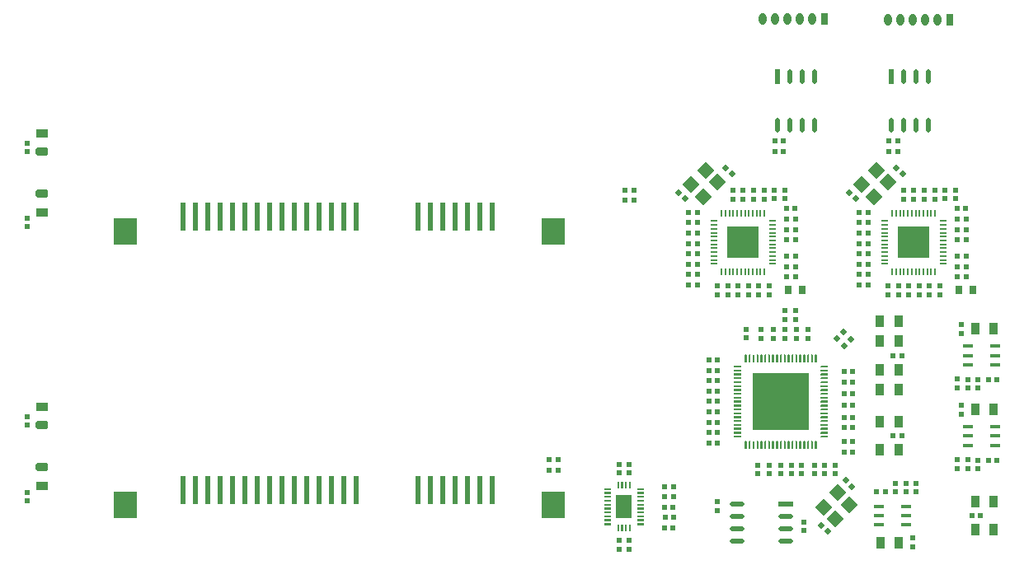
<source format=gbr>
%TF.GenerationSoftware,Altium Limited,Altium Designer,24.0.1 (36)*%
G04 Layer_Color=128*
%FSLAX45Y45*%
%MOMM*%
%TF.SameCoordinates,AAAF7447-B715-4BC7-9B32-5AEFA729C21C*%
%TF.FilePolarity,Positive*%
%TF.FileFunction,Paste,Bot*%
%TF.Part,Single*%
G01*
G75*
%TA.AperFunction,SMDPad,CuDef*%
%ADD19R,0.50000X0.50000*%
%ADD20R,0.88900X1.27000*%
%ADD22R,0.50000X0.50000*%
%ADD23R,1.00000X0.45000*%
%ADD35R,0.50000X1.50000*%
%ADD36O,0.50000X1.50000*%
G04:AMPARAMS|DCode=48|XSize=1.27mm|YSize=0.889mm|CornerRadius=0mm|HoleSize=0mm|Usage=FLASHONLY|Rotation=0.000|XOffset=0mm|YOffset=0mm|HoleType=Round|Shape=Octagon|*
%AMOCTAGOND48*
4,1,8,0.63500,-0.22225,0.63500,0.22225,0.41275,0.44450,-0.41275,0.44450,-0.63500,0.22225,-0.63500,-0.22225,-0.41275,-0.44450,0.41275,-0.44450,0.63500,-0.22225,0.0*
%
%ADD48OCTAGOND48*%

%ADD49R,1.27000X0.88900*%
%ADD50O,0.80000X1.20000*%
%ADD51R,0.80000X1.20000*%
%ADD52O,1.50000X0.50000*%
%ADD53R,1.50000X0.50000*%
%ADD54P,0.70711X4X270.0*%
%ADD55R,3.30000X3.30000*%
%ADD56O,0.70000X0.20000*%
%ADD57O,0.20000X0.70000*%
G04:AMPARAMS|DCode=61|XSize=1.3mm|YSize=1.2mm|CornerRadius=0mm|HoleSize=0mm|Usage=FLASHONLY|Rotation=45.000|XOffset=0mm|YOffset=0mm|HoleType=Round|Shape=Rectangle|*
%AMROTATEDRECTD61*
4,1,4,-0.03535,-0.88388,-0.88388,-0.03535,0.03535,0.88388,0.88388,0.03535,-0.03535,-0.88388,0.0*
%
%ADD61ROTATEDRECTD61*%

%ADD62P,0.70711X4X180.0*%
%ADD63R,0.75000X0.85000*%
%ADD67R,2.40000X2.80000*%
%ADD68R,0.60000X2.90000*%
G36*
X8404702Y5201010D02*
X8404703Y5196868D01*
Y5136868D01*
Y5132726D01*
X8398845Y5126868D01*
X8390561D01*
X8384703Y5132726D01*
Y5136868D01*
Y5196868D01*
Y5201010D01*
X8390561Y5206868D01*
X8398845D01*
X8404702Y5201010D01*
D02*
G37*
G36*
X8364571Y5201010D02*
Y5196868D01*
Y5136868D01*
Y5132726D01*
X8358713Y5126868D01*
X8350429D01*
X8344571Y5132726D01*
Y5136868D01*
X8344570Y5196868D01*
X8344571Y5201010D01*
X8350429Y5206868D01*
X8358713D01*
X8364571Y5201010D01*
D02*
G37*
G36*
X8284561Y5201010D02*
X8284560Y5196868D01*
X8284561Y5136868D01*
Y5132726D01*
X8278703Y5126868D01*
X8270419D01*
X8264561Y5132726D01*
Y5136868D01*
Y5196868D01*
Y5201010D01*
X8270419Y5206868D01*
X8278703D01*
X8284561Y5201010D01*
D02*
G37*
G36*
X8204551D02*
Y5196868D01*
Y5136868D01*
Y5132726D01*
X8198693Y5126868D01*
X8190409D01*
X8184551Y5132726D01*
Y5136868D01*
Y5196868D01*
Y5201010D01*
X8190409Y5206868D01*
X8198693D01*
X8204551Y5201010D01*
D02*
G37*
G36*
X8164673Y5201010D02*
Y5196868D01*
Y5136868D01*
Y5132726D01*
X8158815Y5126868D01*
X8150531D01*
X8144673Y5132726D01*
Y5136868D01*
X8144672Y5196868D01*
X8144673Y5201010D01*
X8150531Y5206868D01*
X8158815D01*
X8164673Y5201010D01*
D02*
G37*
G36*
X8124541Y5201010D02*
X8124541Y5196868D01*
Y5136868D01*
X8124541Y5132726D01*
X8118683Y5126868D01*
X8110399D01*
X8104541Y5132726D01*
Y5136868D01*
X8104541Y5196868D01*
X8104541Y5201010D01*
X8110399Y5206868D01*
X8118683D01*
X8124541Y5201010D01*
D02*
G37*
G36*
X8004653D02*
Y5196868D01*
Y5136868D01*
Y5132726D01*
X7998795Y5126868D01*
X7990511D01*
X7984653Y5132726D01*
X7984653Y5136868D01*
Y5196868D01*
X7984653Y5201010D01*
X7990511Y5206868D01*
X7998795D01*
X8004653Y5201010D01*
D02*
G37*
G36*
X7964775Y5201010D02*
Y5196868D01*
Y5136868D01*
Y5132726D01*
X7958917Y5126868D01*
X7950633D01*
X7944775Y5132726D01*
Y5136868D01*
X7944774Y5196868D01*
X7944775Y5201010D01*
X7950633Y5206868D01*
X7958917D01*
X7964775Y5201010D01*
D02*
G37*
G36*
X7924643Y5201010D02*
X7924643Y5196868D01*
Y5136868D01*
X7924643Y5132726D01*
X7918785Y5126868D01*
X7910501D01*
X7904643Y5132726D01*
Y5136868D01*
Y5196868D01*
Y5201010D01*
X7910501Y5206868D01*
X7918785D01*
X7924643Y5201010D01*
D02*
G37*
G36*
X7844633D02*
X7844632Y5196868D01*
X7844633Y5136868D01*
Y5132726D01*
X7838775Y5126868D01*
X7830490D01*
X7824632Y5132726D01*
X7824633Y5136868D01*
Y5196868D01*
X7824632Y5201010D01*
X7830491Y5206868D01*
X7838775D01*
X7844633Y5201010D01*
D02*
G37*
G36*
X7804755D02*
Y5196868D01*
Y5136868D01*
Y5132726D01*
X7798897Y5126868D01*
X7790613D01*
X7784755Y5132726D01*
X7784755Y5136868D01*
Y5196868D01*
X7784755Y5201010D01*
X7790613Y5206868D01*
X7798897D01*
X7804755Y5201010D01*
D02*
G37*
G36*
X7764623D02*
Y5196868D01*
Y5136868D01*
Y5132726D01*
X7758765Y5126868D01*
X7750481D01*
X7744623Y5132726D01*
Y5136868D01*
Y5196868D01*
Y5201010D01*
X7750481Y5206868D01*
X7758765D01*
X7764623Y5201010D01*
D02*
G37*
G36*
X7724745D02*
X7724745Y5196868D01*
Y5136868D01*
Y5132726D01*
X7718887Y5126868D01*
X7710603D01*
X7704745Y5132726D01*
Y5136868D01*
Y5196868D01*
Y5201010D01*
X7710603Y5206868D01*
X7718887D01*
X7724745Y5201010D01*
D02*
G37*
G36*
X8444581D02*
Y5196868D01*
Y5136868D01*
Y5132726D01*
X8438723Y5126868D01*
X8430439Y5126868D01*
X8424581Y5132726D01*
Y5136868D01*
Y5196868D01*
X8424581Y5201010D01*
X8430439Y5206868D01*
X8438723D01*
X8444581Y5201010D01*
D02*
G37*
G36*
X8324693D02*
Y5196868D01*
Y5136868D01*
Y5132726D01*
X8318835Y5126868D01*
X8310551Y5126868D01*
X8304693Y5132726D01*
Y5136868D01*
Y5196868D01*
Y5201010D01*
X8310551Y5206868D01*
X8318835D01*
X8324693Y5201010D01*
D02*
G37*
G36*
X8244683D02*
X8244683Y5196868D01*
X8244683Y5136868D01*
Y5132726D01*
X8238825Y5126868D01*
X8230541Y5126868D01*
X8224683Y5132726D01*
Y5136868D01*
Y5196868D01*
X8224683Y5201010D01*
X8230541Y5206868D01*
X8238825D01*
X8244683Y5201010D01*
D02*
G37*
G36*
X8084663D02*
X8084662Y5196868D01*
X8084663Y5136868D01*
Y5132726D01*
X8078805Y5126868D01*
X8070521Y5126868D01*
X8064663Y5132726D01*
Y5136868D01*
Y5196868D01*
Y5201010D01*
X8070521Y5206868D01*
X8078805D01*
X8084663Y5201010D01*
D02*
G37*
G36*
X8044785D02*
X8044785Y5196868D01*
X8044785Y5136868D01*
Y5132726D01*
X8038927Y5126868D01*
X8030643Y5126868D01*
X8024785Y5132726D01*
Y5136868D01*
Y5196868D01*
Y5201010D01*
X8030643Y5206868D01*
X8038927D01*
X8044785Y5201010D01*
D02*
G37*
G36*
X7884765D02*
Y5196868D01*
Y5136868D01*
Y5132726D01*
X7878907Y5126868D01*
X7870623Y5126868D01*
X7864765Y5132726D01*
Y5136868D01*
Y5196868D01*
Y5201010D01*
X7870623Y5206868D01*
X7878907D01*
X7884765Y5201010D01*
D02*
G37*
G36*
X8553813Y5091778D02*
X8559670Y5085920D01*
Y5077636D01*
X8553813Y5071778D01*
X8485528D01*
X8479670Y5077636D01*
X8479671Y5085920D01*
X8485529Y5091778D01*
X8489671D01*
X8549670Y5091778D01*
X8553813Y5091778D01*
D02*
G37*
G36*
X7669654Y5085920D02*
Y5077636D01*
X7663796Y5071778D01*
X7595513D01*
X7589655Y5077636D01*
Y5085920D01*
X7595513Y5091778D01*
X7663797D01*
X7669654Y5085920D01*
D02*
G37*
G36*
X8559670Y5046042D02*
Y5037758D01*
X8553813Y5031900D01*
X8485529D01*
X8479671Y5037758D01*
Y5046042D01*
X8485529Y5051900D01*
X8553813D01*
X8559670Y5046042D01*
D02*
G37*
G36*
X7669654D02*
Y5037758D01*
X7663797Y5031900D01*
X7595513D01*
X7589655Y5037758D01*
Y5046042D01*
X7595513Y5051900D01*
X7663797D01*
X7669654Y5046042D01*
D02*
G37*
G36*
X8553813Y5011768D02*
X8559670Y5005910D01*
Y4997626D01*
X8553813Y4991768D01*
X8549670Y4991768D01*
X8489671Y4991768D01*
X8485529D01*
X8479671Y4997626D01*
Y5005910D01*
X8485529Y5011768D01*
X8489671Y5011768D01*
X8549670D01*
X8553813Y5011768D01*
D02*
G37*
G36*
X7669654Y5005910D02*
Y4997626D01*
X7663797Y4991768D01*
X7659654D01*
X7599655Y4991768D01*
X7595513Y4991768D01*
X7589655Y4997626D01*
Y5005910D01*
X7595513Y5011768D01*
X7663796D01*
X7669654Y5005910D01*
D02*
G37*
G36*
X8559670Y4966032D02*
Y4957748D01*
X8553813Y4951890D01*
X8549670Y4951890D01*
X8489671Y4951890D01*
X8485529D01*
X8479671Y4957748D01*
Y4966032D01*
X8485529Y4971890D01*
X8553813D01*
X8559670Y4966032D01*
D02*
G37*
G36*
X7669654D02*
Y4957748D01*
X7663797Y4951890D01*
X7659654D01*
X7599655Y4951890D01*
X7595513Y4951890D01*
X7589655Y4957748D01*
Y4966032D01*
X7595513Y4971890D01*
X7663797D01*
X7669654Y4966032D01*
D02*
G37*
G36*
X8559670Y4925900D02*
Y4917616D01*
X8553813Y4911758D01*
X8485529D01*
X8479671Y4917616D01*
Y4925900D01*
X8485529Y4931758D01*
X8553813D01*
X8559670Y4925900D01*
D02*
G37*
G36*
X7669654D02*
Y4917616D01*
X7663797Y4911758D01*
X7595513D01*
X7589655Y4917616D01*
Y4925900D01*
X7595513Y4931758D01*
X7663797D01*
X7669654Y4925900D01*
D02*
G37*
G36*
Y4886022D02*
Y4877738D01*
X7663796Y4871880D01*
X7595513D01*
X7589655Y4877738D01*
Y4886022D01*
X7595513Y4891880D01*
X7663797D01*
X7669654Y4886022D01*
D02*
G37*
G36*
X8553813Y4891880D02*
X8559670Y4886022D01*
Y4877738D01*
X8553813Y4871880D01*
X8489671D01*
X8485529Y4871880D01*
X8479670Y4877738D01*
X8479671Y4886022D01*
X8485529Y4891880D01*
X8489671D01*
X8549670Y4891880D01*
X8553813Y4891880D01*
D02*
G37*
G36*
X8559670Y4845890D02*
Y4837606D01*
X8553813Y4831748D01*
X8549670Y4831748D01*
X8489671D01*
X8485529Y4831748D01*
X8479671Y4837606D01*
Y4845890D01*
X8485529Y4851748D01*
X8553813D01*
X8559670Y4845890D01*
D02*
G37*
G36*
X7669654D02*
Y4837606D01*
X7663796Y4831748D01*
X7595513D01*
X7589655Y4837606D01*
Y4845890D01*
X7595513Y4851748D01*
X7663797D01*
X7669654Y4845890D01*
D02*
G37*
G36*
X8553813Y4811870D02*
X8559670Y4806012D01*
Y4797728D01*
X8553813Y4791870D01*
X8485529D01*
X8479671Y4797728D01*
Y4806012D01*
X8485529Y4811870D01*
X8489671Y4811870D01*
X8549670D01*
X8553813Y4811870D01*
D02*
G37*
G36*
X7669654Y4806012D02*
Y4797728D01*
X7663797Y4791870D01*
X7595513D01*
X7589655Y4797728D01*
Y4806012D01*
X7595513Y4811870D01*
X7663796D01*
X7669654Y4806012D01*
D02*
G37*
G36*
X8559670Y4765880D02*
Y4757596D01*
X8553813Y4751738D01*
X8485529D01*
X8479671Y4757596D01*
Y4765880D01*
X8485529Y4771738D01*
X8489671Y4771738D01*
X8549670D01*
X8553813Y4771738D01*
X8559670Y4765880D01*
D02*
G37*
G36*
X7669654D02*
Y4757596D01*
X7663797Y4751738D01*
X7595513D01*
X7589655Y4757596D01*
Y4765880D01*
X7595513Y4771738D01*
X7663796D01*
X7669654Y4765880D01*
D02*
G37*
G36*
X8559670Y4726002D02*
Y4717718D01*
X8553813Y4711860D01*
X8485529D01*
X8479671Y4717718D01*
X8479670Y4726002D01*
X8485529Y4731860D01*
X8553813D01*
X8559670Y4726002D01*
D02*
G37*
G36*
X7669654D02*
Y4717718D01*
X7663797Y4711860D01*
X7595513D01*
X7589655Y4717718D01*
Y4726002D01*
X7595513Y4731860D01*
X7663797D01*
X7669654Y4726002D01*
D02*
G37*
G36*
Y4686124D02*
Y4677840D01*
X7663796Y4671982D01*
X7595513D01*
X7589655Y4677840D01*
Y4686124D01*
X7595513Y4691982D01*
X7663797D01*
X7669654Y4686124D01*
D02*
G37*
G36*
X8559670D02*
Y4677840D01*
X8553813Y4671982D01*
X8549670Y4671982D01*
X8489671D01*
X8485529Y4671982D01*
X8479671Y4677840D01*
Y4686124D01*
X8485529Y4691982D01*
X8553813D01*
X8559670Y4686124D01*
D02*
G37*
G36*
Y4645992D02*
Y4637708D01*
X8553813Y4631850D01*
X8549670Y4631850D01*
X8489671D01*
X8485529Y4631850D01*
X8479671Y4637708D01*
Y4645992D01*
X8485529Y4651850D01*
X8553813D01*
X8559670Y4645992D01*
D02*
G37*
G36*
X7669654D02*
Y4637708D01*
X7663796Y4631850D01*
X7595513D01*
X7589655Y4637708D01*
Y4645992D01*
X7595513Y4651850D01*
X7663797D01*
X7669654Y4645992D01*
D02*
G37*
G36*
X8553813Y4611972D02*
X8559670Y4606114D01*
Y4597830D01*
X8553813Y4591972D01*
X8485529D01*
X8479671Y4597830D01*
Y4606114D01*
X8485529Y4611972D01*
X8489671Y4611972D01*
X8549670D01*
X8553813Y4611972D01*
D02*
G37*
G36*
X7669654Y4606114D02*
Y4597830D01*
X7663797Y4591972D01*
X7595513D01*
X7589655Y4597830D01*
Y4606114D01*
X7595513Y4611972D01*
X7663796D01*
X7669654Y4606114D01*
D02*
G37*
G36*
Y4565982D02*
Y4557698D01*
X7663797Y4551840D01*
X7595513D01*
X7589655Y4557698D01*
Y4565982D01*
X7595513Y4571840D01*
X7663796D01*
X7669654Y4565982D01*
D02*
G37*
G36*
X8489671Y4571840D02*
X8553813D01*
X8559670Y4565982D01*
Y4557698D01*
X8553813Y4551840D01*
X8549670Y4551840D01*
X8489671Y4551840D01*
X8485529D01*
X8479671Y4557698D01*
Y4565982D01*
X8485529Y4571840D01*
X8489671Y4571840D01*
D02*
G37*
G36*
X8559670Y4526104D02*
Y4517820D01*
X8553813Y4511962D01*
X8485529D01*
X8479671Y4517820D01*
Y4526104D01*
X8485529Y4531962D01*
X8553813D01*
X8559670Y4526104D01*
D02*
G37*
G36*
X7669654D02*
Y4517820D01*
X7663797Y4511962D01*
X7595513D01*
X7589655Y4517820D01*
Y4526104D01*
X7595513Y4531962D01*
X7663797D01*
X7669654Y4526104D01*
D02*
G37*
G36*
X8559670Y4485972D02*
Y4477688D01*
X8553813Y4471830D01*
X8485529D01*
X8479671Y4477688D01*
Y4485972D01*
X8485529Y4491830D01*
X8489671D01*
X8549670Y4491830D01*
X8553813Y4491830D01*
X8559670Y4485972D01*
D02*
G37*
G36*
X7669654D02*
Y4477688D01*
X7663797Y4471830D01*
X7595513D01*
X7589655Y4477688D01*
Y4485972D01*
X7595513Y4491830D01*
X7599655Y4491830D01*
X7659654Y4491830D01*
X7663797D01*
X7669654Y4485972D01*
D02*
G37*
G36*
X8553813Y4451952D02*
X8559670Y4446094D01*
Y4437810D01*
X8553813Y4431952D01*
X8549670Y4431952D01*
X8489671D01*
X8485529Y4431952D01*
X8479671Y4437810D01*
Y4446094D01*
X8485529Y4451952D01*
X8489671D01*
X8549670Y4451952D01*
X8553813Y4451952D01*
D02*
G37*
G36*
X7659654D02*
X7663797D01*
X7669654Y4446094D01*
Y4437810D01*
X7663796Y4431952D01*
X7595513D01*
X7589655Y4437810D01*
Y4446094D01*
X7595513Y4451952D01*
X7599655Y4451952D01*
X7659654Y4451952D01*
D02*
G37*
G36*
X8364662Y4431861D02*
X7784663D01*
Y5011859D01*
X8364662D01*
Y4431861D01*
D02*
G37*
G36*
X8559670Y4405962D02*
Y4397678D01*
X8553813Y4391820D01*
X8485529D01*
X8479671Y4397678D01*
Y4405962D01*
X8485529Y4411820D01*
X8553813D01*
X8559670Y4405962D01*
D02*
G37*
G36*
X7669654D02*
Y4397678D01*
X7663797Y4391820D01*
X7595513D01*
X7589655Y4397678D01*
Y4405962D01*
X7595513Y4411820D01*
X7663797D01*
X7669654Y4405962D01*
D02*
G37*
G36*
Y4366084D02*
Y4357800D01*
X7663797Y4351942D01*
X7595513D01*
X7589655Y4357800D01*
Y4366084D01*
X7595513Y4371942D01*
X7663796D01*
X7669654Y4366084D01*
D02*
G37*
G36*
X8559670D02*
Y4357800D01*
X8553813Y4351942D01*
X8549670Y4351942D01*
X8489671Y4351942D01*
X8485529D01*
X8479671Y4357800D01*
Y4366084D01*
X8485528Y4371942D01*
X8553813D01*
X8559670Y4366084D01*
D02*
G37*
G36*
X8438723Y4316852D02*
X8444581Y4310994D01*
Y4306852D01*
Y4246852D01*
Y4242710D01*
X8438723Y4236852D01*
X8430439D01*
X8424581Y4242710D01*
Y4246852D01*
Y4306852D01*
Y4310994D01*
X8430439Y4316852D01*
X8438723Y4316852D01*
D02*
G37*
G36*
X8404703Y4310994D02*
Y4306852D01*
Y4246852D01*
Y4242710D01*
X8398845Y4236852D01*
X8390561D01*
X8384703Y4242710D01*
Y4246852D01*
Y4306852D01*
Y4310994D01*
X8390561Y4316852D01*
X8398845D01*
X8404703Y4310994D01*
D02*
G37*
G36*
X8364571D02*
Y4306852D01*
Y4246852D01*
Y4242710D01*
X8358713Y4236852D01*
X8350429D01*
X8344571Y4242710D01*
X8344570Y4246852D01*
X8344571Y4306852D01*
Y4310994D01*
X8350429Y4316852D01*
X8358713D01*
X8364571Y4310994D01*
D02*
G37*
G36*
X8324693D02*
Y4306852D01*
Y4246852D01*
Y4242710D01*
X8318835Y4236852D01*
X8310551D01*
X8304693Y4242710D01*
Y4246852D01*
Y4306852D01*
Y4310994D01*
X8310551Y4316852D01*
X8318835Y4316852D01*
X8324693Y4310994D01*
D02*
G37*
G36*
X8284561D02*
Y4306852D01*
X8284560Y4246852D01*
X8284561Y4242710D01*
X8278703Y4236852D01*
X8270419D01*
X8264561Y4242710D01*
Y4246852D01*
Y4306852D01*
Y4310994D01*
X8270419Y4316852D01*
X8278703D01*
X8284561Y4310994D01*
D02*
G37*
G36*
X8238825Y4316852D02*
X8244683Y4310994D01*
Y4306852D01*
X8244683Y4246852D01*
X8244683Y4242710D01*
X8238825Y4236852D01*
X8230541D01*
X8224683Y4242710D01*
Y4246852D01*
Y4306852D01*
Y4310994D01*
X8230541Y4316852D01*
X8238825Y4316852D01*
D02*
G37*
G36*
X8204551Y4310994D02*
Y4306852D01*
Y4246852D01*
Y4242710D01*
X8198693Y4236852D01*
X8190409D01*
X8184551Y4242710D01*
Y4246852D01*
Y4306852D01*
Y4310994D01*
X8190409Y4316852D01*
X8198693D01*
X8204551Y4310994D01*
D02*
G37*
G36*
X8164673D02*
Y4306852D01*
Y4246852D01*
Y4242710D01*
X8158815Y4236852D01*
X8150531D01*
X8144673Y4242710D01*
X8144672Y4246852D01*
X8144673Y4306852D01*
Y4310994D01*
X8150531Y4316852D01*
X8158815D01*
X8164673Y4310994D01*
D02*
G37*
G36*
X8124541D02*
Y4306852D01*
Y4246852D01*
Y4242710D01*
X8118683Y4236852D01*
X8110399D01*
X8104541Y4242710D01*
X8104541Y4246852D01*
X8104541Y4306852D01*
Y4310994D01*
X8110399Y4316852D01*
X8118683D01*
X8124541Y4310994D01*
D02*
G37*
G36*
X8084663D02*
Y4306852D01*
X8084662Y4246852D01*
X8084663Y4242710D01*
X8078805Y4236852D01*
X8070521D01*
X8064663Y4242710D01*
Y4246852D01*
Y4306852D01*
Y4310994D01*
X8070521Y4316852D01*
X8078805Y4316852D01*
X8084663Y4310994D01*
D02*
G37*
G36*
X8038927Y4316852D02*
X8044785Y4310994D01*
Y4306852D01*
X8044785Y4246852D01*
X8044785Y4242710D01*
X8038927Y4236852D01*
X8030643D01*
X8024785Y4242710D01*
Y4246852D01*
Y4306852D01*
Y4310994D01*
X8030643Y4316852D01*
X8038927Y4316852D01*
D02*
G37*
G36*
X8004653Y4310994D02*
Y4306852D01*
Y4246852D01*
Y4242710D01*
X7998795Y4236852D01*
X7990511D01*
X7984653Y4242710D01*
Y4246852D01*
Y4306852D01*
Y4310994D01*
X7990511Y4316852D01*
X7998795D01*
X8004653Y4310994D01*
D02*
G37*
G36*
X7964775D02*
Y4306852D01*
Y4246852D01*
Y4242710D01*
X7958917Y4236852D01*
X7950633D01*
X7944775Y4242710D01*
X7944774Y4246852D01*
X7944775Y4306852D01*
Y4310994D01*
X7950633Y4316852D01*
X7958917D01*
X7964775Y4310994D01*
D02*
G37*
G36*
X7924643D02*
Y4306852D01*
Y4246852D01*
Y4242710D01*
X7918785Y4236852D01*
X7910501D01*
X7904643Y4242710D01*
Y4246852D01*
Y4306852D01*
Y4310994D01*
X7910501Y4316852D01*
X7918785D01*
X7924643Y4310994D01*
D02*
G37*
G36*
X7884765D02*
Y4306852D01*
Y4246852D01*
Y4242710D01*
X7878907Y4236852D01*
X7870623D01*
X7864765Y4242710D01*
Y4246852D01*
Y4306852D01*
Y4310994D01*
X7870623Y4316852D01*
X7878907Y4316852D01*
X7884765Y4310994D01*
D02*
G37*
G36*
X7844633D02*
Y4306852D01*
X7844632Y4246852D01*
X7844633Y4242710D01*
X7838775Y4236852D01*
X7830491D01*
X7824633Y4242710D01*
Y4246852D01*
Y4306852D01*
Y4310994D01*
X7830490Y4316852D01*
X7838775D01*
X7844633Y4310994D01*
D02*
G37*
G36*
X7804755D02*
Y4306852D01*
Y4246852D01*
Y4242710D01*
X7798897Y4236852D01*
X7790613D01*
X7784755Y4242710D01*
Y4246852D01*
Y4306852D01*
Y4310994D01*
X7790613Y4316852D01*
X7798897D01*
X7804755Y4310994D01*
D02*
G37*
G36*
X7764623D02*
Y4306852D01*
Y4246852D01*
Y4242710D01*
X7758765Y4236852D01*
X7750481D01*
X7744623Y4242710D01*
Y4246852D01*
Y4306852D01*
Y4310994D01*
X7750481Y4316852D01*
X7758765D01*
X7764623Y4310994D01*
D02*
G37*
G36*
X7724745D02*
Y4306852D01*
Y4246852D01*
Y4242710D01*
X7718887Y4236852D01*
X7710603D01*
X7704745Y4242710D01*
Y4246852D01*
Y4306852D01*
Y4310994D01*
X7710603Y4316852D01*
X7718887D01*
X7724745Y4310994D01*
D02*
G37*
G36*
X6534310Y3827373D02*
X6514310D01*
Y3897375D01*
X6534310D01*
Y3827373D01*
D02*
G37*
G36*
X6494305D02*
X6474305D01*
Y3897375D01*
X6494305D01*
Y3827373D01*
D02*
G37*
G36*
X6454300D02*
X6434300D01*
Y3897375D01*
X6454300D01*
Y3827373D01*
D02*
G37*
G36*
X6414295D02*
X6394295D01*
Y3897375D01*
X6414295D01*
Y3827373D01*
D02*
G37*
G36*
X6329307Y3812374D02*
X6259304D01*
Y3832374D01*
X6329307D01*
Y3812374D01*
D02*
G37*
G36*
X6669298Y3812354D02*
X6599298D01*
Y3832354D01*
X6669298D01*
Y3812354D01*
D02*
G37*
G36*
X6329299Y3772354D02*
X6259299D01*
Y3792354D01*
X6329299D01*
Y3772354D01*
D02*
G37*
G36*
X6669298Y3772349D02*
X6599298D01*
Y3792349D01*
X6669298D01*
Y3772349D01*
D02*
G37*
G36*
Y3732369D02*
X6599298D01*
Y3752369D01*
X6669298D01*
Y3732369D01*
D02*
G37*
G36*
X6329296Y3732349D02*
X6259297D01*
Y3752349D01*
X6329296D01*
Y3732349D01*
D02*
G37*
G36*
Y3692369D02*
X6259297D01*
Y3712369D01*
X6329296D01*
Y3692369D01*
D02*
G37*
G36*
X6669298Y3692364D02*
X6599298D01*
Y3712364D01*
X6669298D01*
Y3692364D01*
D02*
G37*
G36*
X6329296Y3652364D02*
X6259297D01*
Y3672364D01*
X6329296D01*
Y3652364D01*
D02*
G37*
G36*
X6669298Y3652359D02*
X6599298D01*
Y3672359D01*
X6669298D01*
Y3652359D01*
D02*
G37*
G36*
X6329296Y3612359D02*
X6259297D01*
Y3632359D01*
X6329296D01*
Y3612359D01*
D02*
G37*
G36*
X6669298Y3612354D02*
X6599298D01*
Y3632354D01*
X6669298D01*
Y3612354D01*
D02*
G37*
G36*
X6329296Y3572354D02*
X6259297D01*
Y3592354D01*
X6329296D01*
Y3572354D01*
D02*
G37*
G36*
X6669298Y3572349D02*
X6599298D01*
Y3592349D01*
X6669298D01*
Y3572349D01*
D02*
G37*
G36*
Y3532370D02*
X6599298D01*
Y3552370D01*
X6669298D01*
Y3532370D01*
D02*
G37*
G36*
X6329296Y3532349D02*
X6259297D01*
Y3552349D01*
X6329296D01*
Y3532349D01*
D02*
G37*
G36*
X6544300Y3522359D02*
X6384300D01*
Y3762359D01*
X6544300D01*
Y3522359D01*
D02*
G37*
G36*
X6329296Y3492370D02*
X6259297D01*
Y3512370D01*
X6329296D01*
Y3492370D01*
D02*
G37*
G36*
X6669298Y3492365D02*
X6599298D01*
Y3512365D01*
X6669298D01*
Y3492365D01*
D02*
G37*
G36*
X6329296Y3452365D02*
X6259297D01*
Y3472365D01*
X6329296D01*
Y3452365D01*
D02*
G37*
G36*
X6669296Y3452344D02*
X6599293D01*
Y3472344D01*
X6669296D01*
Y3452344D01*
D02*
G37*
G36*
X6534305Y3387343D02*
X6514305D01*
Y3457346D01*
X6534305D01*
Y3387343D01*
D02*
G37*
G36*
X6494300D02*
X6474300D01*
Y3457346D01*
X6494300D01*
Y3387343D01*
D02*
G37*
G36*
X6454295D02*
X6434295D01*
Y3457346D01*
X6454295D01*
Y3387343D01*
D02*
G37*
G36*
X6414290D02*
X6394290D01*
Y3457346D01*
X6414290D01*
Y3387343D01*
D02*
G37*
D19*
X6477718Y6789420D02*
D03*
X6567718D02*
D03*
X7125418Y6240780D02*
D03*
X7215418D02*
D03*
X8878018Y6134100D02*
D03*
Y6240780D02*
D03*
X8968018Y6347460D02*
D03*
X8878018D02*
D03*
X8968018Y6240780D02*
D03*
Y6134100D02*
D03*
Y5920740D02*
D03*
X8878018D02*
D03*
X8968018Y6027420D02*
D03*
X8878018D02*
D03*
X8878025Y6560820D02*
D03*
X8968025D02*
D03*
X8878025Y6454140D02*
D03*
X8968025D02*
D03*
X7215418Y6667500D02*
D03*
X7125418D02*
D03*
X7215418Y5920740D02*
D03*
X7125418D02*
D03*
X8133087Y6215380D02*
D03*
X8223087D02*
D03*
X7125418Y6347460D02*
D03*
X7215418D02*
D03*
X8223087Y6385560D02*
D03*
X8133087D02*
D03*
X8223087Y6108700D02*
D03*
X8133087D02*
D03*
X8223087Y6598920D02*
D03*
X8133087D02*
D03*
X8220262Y6705600D02*
D03*
X8135262D02*
D03*
X8223080Y6002020D02*
D03*
X8133080D02*
D03*
X7125418Y6027420D02*
D03*
X7215418D02*
D03*
X7424420Y4297680D02*
D03*
X7334420D02*
D03*
X6881578Y3850640D02*
D03*
X6971578D02*
D03*
X6881898Y3743960D02*
D03*
X6971898D02*
D03*
X6969080Y3423920D02*
D03*
X6884080D02*
D03*
X6969723Y3530600D02*
D03*
X6884723D02*
D03*
X6969080Y3637280D02*
D03*
X6884080D02*
D03*
X7334420Y4617720D02*
D03*
X7424420D02*
D03*
X10126065Y3548380D02*
D03*
X10036065D02*
D03*
X9148358Y3797300D02*
D03*
X9058358D02*
D03*
X9228735Y5196840D02*
D03*
X9318735D02*
D03*
X8013700Y7289800D02*
D03*
X8098700D02*
D03*
X9187180Y7399020D02*
D03*
X9272180D02*
D03*
X8098700D02*
D03*
X8013700D02*
D03*
X9187180Y7292340D02*
D03*
X9272180D02*
D03*
X9228735Y4368800D02*
D03*
X9318735D02*
D03*
X10206442Y4119880D02*
D03*
X10296442D02*
D03*
X10206442Y4947920D02*
D03*
X10296442D02*
D03*
X7215425Y6454140D02*
D03*
X7125425D02*
D03*
X7215425Y6560820D02*
D03*
X7125425D02*
D03*
X9975687Y6385560D02*
D03*
X9885687D02*
D03*
X8968018Y6667500D02*
D03*
X8878018D02*
D03*
X9972862Y6705600D02*
D03*
X9887862D02*
D03*
X9975687Y6598920D02*
D03*
X9885687D02*
D03*
X9975680Y6002020D02*
D03*
X9885680D02*
D03*
X9885687Y6215380D02*
D03*
X9975687D02*
D03*
X9885687Y6108700D02*
D03*
X9975687D02*
D03*
X7421880Y5151120D02*
D03*
X7336880D02*
D03*
X8814900Y4681982D02*
D03*
X8724900D02*
D03*
X8812718Y5029200D02*
D03*
X8727718D02*
D03*
X8814900Y4921758D02*
D03*
X8724900D02*
D03*
X7421880Y4724400D02*
D03*
X7336880D02*
D03*
X7424420Y4937760D02*
D03*
X7334420D02*
D03*
X8814900Y4455160D02*
D03*
X8724900D02*
D03*
X8814900Y4561840D02*
D03*
X8724900D02*
D03*
X7334420Y4831080D02*
D03*
X7424420D02*
D03*
X8724900Y4801870D02*
D03*
X8814900D02*
D03*
X7421880Y4511040D02*
D03*
X7336880D02*
D03*
Y4404360D02*
D03*
X7421880D02*
D03*
X8813120Y4312920D02*
D03*
X8728120D02*
D03*
X8813120Y4206240D02*
D03*
X8728120D02*
D03*
X7336880Y5044440D02*
D03*
X7421880D02*
D03*
X6567718Y6896100D02*
D03*
X6477718D02*
D03*
X9885687Y6492240D02*
D03*
X9975687D02*
D03*
X8133087D02*
D03*
X8223087D02*
D03*
X7215418Y6134100D02*
D03*
X7125418D02*
D03*
X5695402Y4018280D02*
D03*
X5785402D02*
D03*
X5695400Y4122420D02*
D03*
X5785400D02*
D03*
D20*
X9092188Y5544812D02*
D03*
X9282188D02*
D03*
X9093463Y4848823D02*
D03*
X9283463D02*
D03*
X10261100Y3403600D02*
D03*
X10071100D02*
D03*
X10261100Y3693160D02*
D03*
X10071100D02*
D03*
X9284712Y3271528D02*
D03*
X9094712D02*
D03*
X9093700Y5341620D02*
D03*
X9283700D02*
D03*
X9093700Y4224020D02*
D03*
X9283700D02*
D03*
X9093700Y4513580D02*
D03*
X9283700D02*
D03*
X10070088Y4645652D02*
D03*
X10260088D02*
D03*
X9093700Y5052060D02*
D03*
X9283700D02*
D03*
X10070088Y5473692D02*
D03*
X10260088D02*
D03*
D22*
X7421880Y3689940D02*
D03*
Y3604940D02*
D03*
X8308340Y3484200D02*
D03*
Y3399200D02*
D03*
X9174480Y5910580D02*
D03*
Y5820580D02*
D03*
X7795260Y6894660D02*
D03*
Y6804660D02*
D03*
X7741920Y5910580D02*
D03*
Y5820580D02*
D03*
X9547860Y6894660D02*
D03*
Y6804660D02*
D03*
X9441180D02*
D03*
Y6894660D02*
D03*
X9334500Y6804660D02*
D03*
Y6894660D02*
D03*
X9654540D02*
D03*
Y6804660D02*
D03*
X9761220Y6806835D02*
D03*
Y6891835D02*
D03*
X9867900Y6806835D02*
D03*
Y6891835D02*
D03*
X7688580Y6804660D02*
D03*
Y6894660D02*
D03*
X8008620Y6891835D02*
D03*
Y6806835D02*
D03*
X7901940Y6804660D02*
D03*
Y6894660D02*
D03*
X7581900Y6804660D02*
D03*
Y6894660D02*
D03*
X7848600Y5910587D02*
D03*
Y5820587D02*
D03*
X7953719Y5908405D02*
D03*
Y5823405D02*
D03*
X8115300Y6891835D02*
D03*
Y6806835D02*
D03*
X7528560Y5820580D02*
D03*
Y5910580D02*
D03*
X7635240Y5820580D02*
D03*
Y5910580D02*
D03*
X7421880Y5820580D02*
D03*
Y5910580D02*
D03*
X8114538Y5374640D02*
D03*
Y5464640D02*
D03*
X7994650D02*
D03*
Y5374640D02*
D03*
X7874762D02*
D03*
Y5464640D02*
D03*
X8354568Y5374636D02*
D03*
Y5464637D02*
D03*
X6413500Y3993556D02*
D03*
Y4078556D02*
D03*
X6410960Y3205555D02*
D03*
Y3295555D02*
D03*
X6517640Y3205555D02*
D03*
Y3295555D02*
D03*
X9253220Y3795763D02*
D03*
Y3880763D02*
D03*
X9359900Y3880440D02*
D03*
Y3795440D02*
D03*
X9466580Y3882938D02*
D03*
Y3792938D02*
D03*
X9425940Y3321598D02*
D03*
Y3231598D02*
D03*
X10101580Y4121417D02*
D03*
Y4036417D02*
D03*
X9888220Y4862282D02*
D03*
Y4952282D02*
D03*
X9994900Y4949780D02*
D03*
Y4864780D02*
D03*
X10101580Y4864457D02*
D03*
Y4949457D02*
D03*
X9928860Y5423622D02*
D03*
Y5513622D02*
D03*
Y4595582D02*
D03*
Y4685582D02*
D03*
X9888220Y4034242D02*
D03*
Y4124242D02*
D03*
X9994900Y4036740D02*
D03*
Y4121740D02*
D03*
X8227060Y5656580D02*
D03*
Y5566580D02*
D03*
X8120380Y5656580D02*
D03*
Y5566580D02*
D03*
X6520180Y3993556D02*
D03*
Y4078556D02*
D03*
X9387840Y5820580D02*
D03*
Y5910580D02*
D03*
X9281160D02*
D03*
Y5820580D02*
D03*
X9494520Y5910580D02*
D03*
Y5820580D02*
D03*
X9601200Y5910587D02*
D03*
Y5820587D02*
D03*
X9706319Y5908405D02*
D03*
Y5823405D02*
D03*
X7834630Y3979080D02*
D03*
Y4069080D02*
D03*
X7954772Y3979080D02*
D03*
Y4069080D02*
D03*
X7714742Y5377458D02*
D03*
Y5462458D02*
D03*
X8234680Y5464640D02*
D03*
Y5374640D02*
D03*
X8181340Y3981262D02*
D03*
Y4066262D02*
D03*
X8288020Y3979080D02*
D03*
Y4069080D02*
D03*
X8074660Y3979080D02*
D03*
Y4069080D02*
D03*
X8420100Y3981262D02*
D03*
Y4066262D02*
D03*
X8633460Y3981262D02*
D03*
Y4066262D02*
D03*
X8526780Y3981262D02*
D03*
Y4066262D02*
D03*
X331760Y6603270D02*
D03*
Y6518270D02*
D03*
Y7380510D02*
D03*
Y7295510D02*
D03*
Y3788950D02*
D03*
Y3703950D02*
D03*
Y4481190D02*
D03*
Y4566190D02*
D03*
D23*
X10276840Y4273800D02*
D03*
Y4368800D02*
D03*
Y4463800D02*
D03*
X9997440D02*
D03*
Y4368800D02*
D03*
Y4273800D02*
D03*
X9357360Y3643380D02*
D03*
Y3548380D02*
D03*
Y3453380D02*
D03*
X9077960D02*
D03*
Y3548380D02*
D03*
Y3643380D02*
D03*
X9997440Y5101840D02*
D03*
Y5196840D02*
D03*
Y5291840D02*
D03*
X10276840D02*
D03*
Y5196840D02*
D03*
Y5101840D02*
D03*
D35*
X8036560Y8065580D02*
D03*
X9210040D02*
D03*
D36*
X8417560Y7565580D02*
D03*
X8290560D02*
D03*
X8163560D02*
D03*
X8036560D02*
D03*
X8417560Y8065580D02*
D03*
X8290560D02*
D03*
X8163560D02*
D03*
X9591040Y7565580D02*
D03*
X9464040D02*
D03*
X9337040D02*
D03*
X9210040D02*
D03*
X9591040Y8065580D02*
D03*
X9464040D02*
D03*
X9337040D02*
D03*
D48*
X484158Y6860072D02*
D03*
Y4045802D02*
D03*
X484174Y4478357D02*
D03*
Y7292627D02*
D03*
D49*
X484158Y6670072D02*
D03*
Y3855802D02*
D03*
X484174Y4668357D02*
D03*
Y7482627D02*
D03*
D50*
X7889240Y8653780D02*
D03*
X8143240D02*
D03*
X8270240D02*
D03*
X8397240D02*
D03*
X8016240D02*
D03*
X9171940Y8651240D02*
D03*
X9425940D02*
D03*
X9552940D02*
D03*
X9679940D02*
D03*
X9298940D02*
D03*
D51*
X8524240Y8653780D02*
D03*
X9806940Y8651240D02*
D03*
D52*
X8124000Y3416300D02*
D03*
Y3543300D02*
D03*
Y3289300D02*
D03*
X7624000Y3670300D02*
D03*
Y3543300D02*
D03*
Y3416300D02*
D03*
Y3289300D02*
D03*
D53*
X8124000Y3670300D02*
D03*
D54*
X8653780Y5372100D02*
D03*
X8717420Y5435740D02*
D03*
X8793620Y5359540D02*
D03*
X8729980Y5295900D02*
D03*
D55*
X9438640Y6357620D02*
D03*
X7686040D02*
D03*
D56*
X9738640Y6137620D02*
D03*
Y6177620D02*
D03*
Y6217620D02*
D03*
Y6257620D02*
D03*
Y6297620D02*
D03*
Y6337620D02*
D03*
Y6377620D02*
D03*
Y6417620D02*
D03*
Y6457620D02*
D03*
Y6497620D02*
D03*
Y6537620D02*
D03*
Y6577620D02*
D03*
X9138640D02*
D03*
Y6537620D02*
D03*
Y6497620D02*
D03*
Y6457620D02*
D03*
Y6417620D02*
D03*
Y6377620D02*
D03*
Y6337620D02*
D03*
Y6297620D02*
D03*
Y6257620D02*
D03*
Y6217620D02*
D03*
Y6177620D02*
D03*
Y6137620D02*
D03*
X7386040D02*
D03*
Y6177620D02*
D03*
Y6217620D02*
D03*
Y6257620D02*
D03*
Y6297620D02*
D03*
Y6337620D02*
D03*
Y6377620D02*
D03*
Y6417620D02*
D03*
Y6457620D02*
D03*
Y6497620D02*
D03*
Y6537620D02*
D03*
Y6577620D02*
D03*
X7986040D02*
D03*
Y6537620D02*
D03*
Y6497620D02*
D03*
Y6457620D02*
D03*
Y6417620D02*
D03*
Y6377620D02*
D03*
Y6337620D02*
D03*
Y6297620D02*
D03*
Y6257620D02*
D03*
Y6217620D02*
D03*
Y6177620D02*
D03*
Y6137620D02*
D03*
D57*
X9658640Y6657620D02*
D03*
X9618640D02*
D03*
X9578640D02*
D03*
X9538640D02*
D03*
X9498640D02*
D03*
X9458640D02*
D03*
X9418640D02*
D03*
X9378640D02*
D03*
X9338640D02*
D03*
X9298640D02*
D03*
X9258640D02*
D03*
X9218640D02*
D03*
Y6057620D02*
D03*
X9258640D02*
D03*
X9298640D02*
D03*
X9338640D02*
D03*
X9378640D02*
D03*
X9418640D02*
D03*
X9458640D02*
D03*
X9498640D02*
D03*
X9538640D02*
D03*
X9578640D02*
D03*
X9618640D02*
D03*
X9658640D02*
D03*
X7906040D02*
D03*
X7866040D02*
D03*
X7826040D02*
D03*
X7786040D02*
D03*
X7746040D02*
D03*
X7706040D02*
D03*
X7666040D02*
D03*
X7626040D02*
D03*
X7586040D02*
D03*
X7546040D02*
D03*
X7506040D02*
D03*
X7466040D02*
D03*
Y6657620D02*
D03*
X7506040D02*
D03*
X7546040D02*
D03*
X7586040D02*
D03*
X7626040D02*
D03*
X7666040D02*
D03*
X7706040D02*
D03*
X7746040D02*
D03*
X7786040D02*
D03*
X7826040D02*
D03*
X7866040D02*
D03*
X7906040D02*
D03*
D61*
X8908050Y6950538D02*
D03*
X9056542Y7099030D02*
D03*
X9028258Y6830330D02*
D03*
X9176750Y6978822D02*
D03*
X7424150D02*
D03*
X7275658Y6830330D02*
D03*
X7303942Y7099030D02*
D03*
X7155450Y6950538D02*
D03*
X8780510Y3664122D02*
D03*
X8660302Y3784330D02*
D03*
X8632018Y3515630D02*
D03*
X8511810Y3635838D02*
D03*
D62*
X9325681Y7059859D02*
D03*
X9262041Y7123499D02*
D03*
X8778240Y6873240D02*
D03*
X8841880Y6809600D02*
D03*
X7509441Y7123499D02*
D03*
X7573081Y7059859D02*
D03*
X7025640Y6873240D02*
D03*
X7089280Y6809600D02*
D03*
X8489879Y3450661D02*
D03*
X8553519Y3387021D02*
D03*
X8803780Y3850500D02*
D03*
X8740140Y3914140D02*
D03*
D63*
X8153400Y5869940D02*
D03*
X8298400D02*
D03*
X9906000D02*
D03*
X10051000D02*
D03*
D67*
X5735116Y6469476D02*
D03*
X1341116D02*
D03*
X5735116Y3662126D02*
D03*
X1341116D02*
D03*
D68*
X5114116Y6619476D02*
D03*
X4987116D02*
D03*
X4860116D02*
D03*
X4733116D02*
D03*
X4606116D02*
D03*
X4479116D02*
D03*
X4352116D02*
D03*
X3717116D02*
D03*
X3590116D02*
D03*
X3463116D02*
D03*
X3336116D02*
D03*
X3209116D02*
D03*
X3082116D02*
D03*
X2955116D02*
D03*
X2828116D02*
D03*
X2701116D02*
D03*
X2574116D02*
D03*
X2447116D02*
D03*
X2320116D02*
D03*
X2193116D02*
D03*
X2066116D02*
D03*
X1939116D02*
D03*
X5114116Y3812126D02*
D03*
X4987116D02*
D03*
X4860116D02*
D03*
X4733116D02*
D03*
X4606116D02*
D03*
X4479116D02*
D03*
X4352116D02*
D03*
X3717116D02*
D03*
X3590116D02*
D03*
X3463116D02*
D03*
X3336116D02*
D03*
X3209116D02*
D03*
X3082116D02*
D03*
X2955116D02*
D03*
X2828116D02*
D03*
X2701116D02*
D03*
X2574116D02*
D03*
X2447116D02*
D03*
X2320116D02*
D03*
X2193116D02*
D03*
X2066116D02*
D03*
X1939116D02*
D03*
%TF.MD5,1be6f8577a9a2ffd60a7eb20fca27933*%
M02*

</source>
